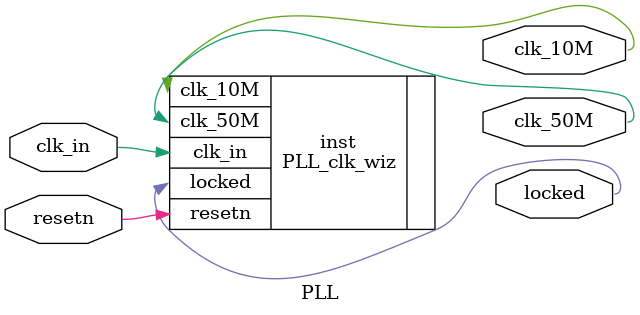
<source format=v>


`timescale 1ps/1ps

(* CORE_GENERATION_INFO = "PLL,clk_wiz_v6_0_4_0_0,{component_name=PLL,use_phase_alignment=true,use_min_o_jitter=false,use_max_i_jitter=false,use_dyn_phase_shift=false,use_inclk_switchover=false,use_dyn_reconfig=false,enable_axi=0,feedback_source=FDBK_AUTO,PRIMITIVE=PLL,num_out_clk=2,clkin1_period=20.000,clkin2_period=10.0,use_power_down=false,use_reset=true,use_locked=true,use_inclk_stopped=false,feedback_type=SINGLE,CLOCK_MGR_TYPE=NA,manual_override=false}" *)

module PLL 
 (
  // Clock out ports
  output        clk_10M,
  output        clk_50M,
  // Status and control signals
  input         resetn,
  output        locked,
 // Clock in ports
  input         clk_in
 );

  PLL_clk_wiz inst
  (
  // Clock out ports  
  .clk_10M(clk_10M),
  .clk_50M(clk_50M),
  // Status and control signals               
  .resetn(resetn), 
  .locked(locked),
 // Clock in ports
  .clk_in(clk_in)
  );

endmodule

</source>
